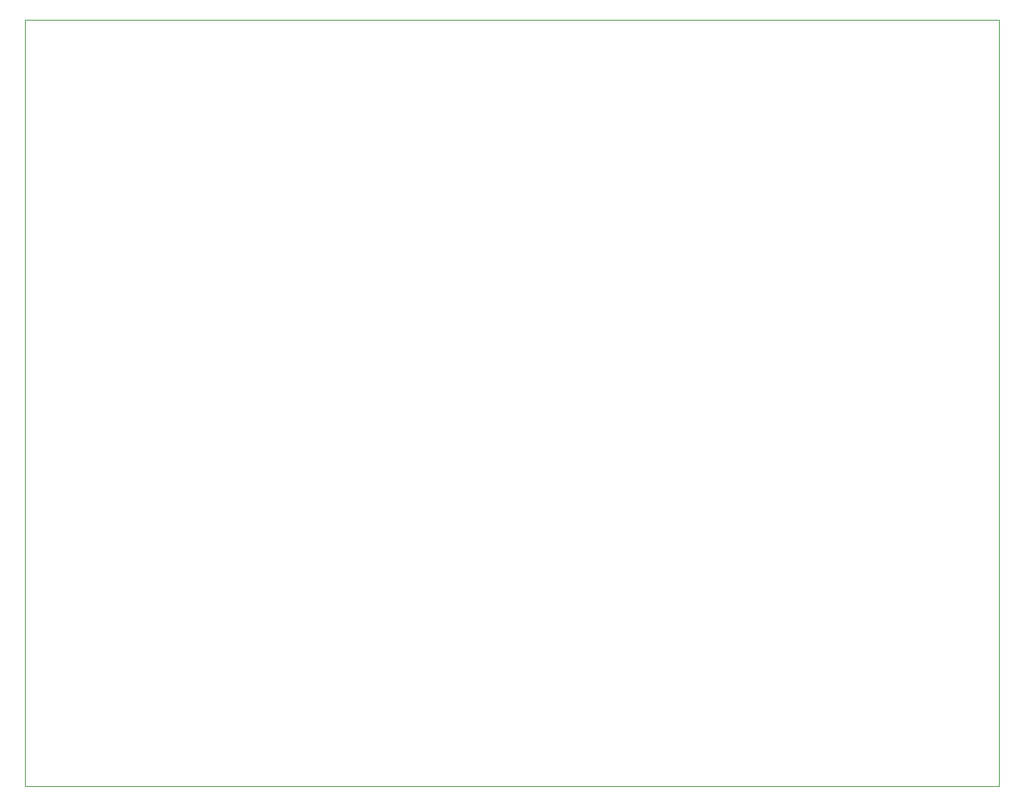
<source format=gbr>
%TF.GenerationSoftware,KiCad,Pcbnew,6.0.9-8da3e8f707~117~ubuntu20.04.1*%
%TF.CreationDate,2023-02-11T13:52:53-08:00*%
%TF.ProjectId,PDB,5044422e-6b69-4636-9164-5f7063625858,rev?*%
%TF.SameCoordinates,Original*%
%TF.FileFunction,Profile,NP*%
%FSLAX46Y46*%
G04 Gerber Fmt 4.6, Leading zero omitted, Abs format (unit mm)*
G04 Created by KiCad (PCBNEW 6.0.9-8da3e8f707~117~ubuntu20.04.1) date 2023-02-11 13:52:53*
%MOMM*%
%LPD*%
G01*
G04 APERTURE LIST*
%TA.AperFunction,Profile*%
%ADD10C,0.100000*%
%TD*%
G04 APERTURE END LIST*
D10*
X57531000Y-16891000D02*
X169672000Y-16891000D01*
X169672000Y-16891000D02*
X169672000Y-105156000D01*
X169672000Y-105156000D02*
X57531000Y-105156000D01*
X57531000Y-105156000D02*
X57531000Y-16891000D01*
M02*

</source>
